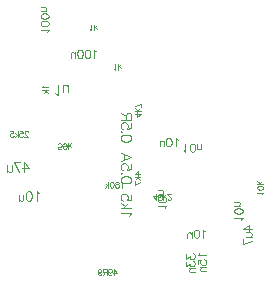
<source format=gbr>
%TF.GenerationSoftware,Altium Limited,Altium Designer,20.1.12 (249)*%
G04 Layer_Color=8388736*
%FSLAX45Y45*%
%MOMM*%
%TF.SameCoordinates,27206DED-D720-4121-B7EB-46A740E941A3*%
%TF.FilePolarity,Positive*%
%TF.FileFunction,Other,M22-_Assy_Value-B*%
%TF.Part,Single*%
G01*
G75*
%TA.AperFunction,NonConductor*%
%ADD81C,0.09000*%
%ADD82C,0.05000*%
%ADD83C,0.07000*%
%ADD84C,0.10000*%
D81*
X632500Y1729658D02*
X641069Y1725373D01*
X653924Y1712519D01*
Y1802500D01*
X698486Y1742513D02*
Y1785361D01*
X702770Y1798215D01*
X711340Y1802500D01*
X724194D01*
X732764Y1798215D01*
X745618Y1785361D01*
Y1742513D02*
Y1802500D01*
X1260342Y690000D02*
X1264626Y698570D01*
X1277481Y711424D01*
X1187500D01*
X1277481Y755986D02*
X1187500D01*
X1247487Y798834D02*
X1204639Y755986D01*
X1221778Y773125D02*
X1187500Y803119D01*
X1277481Y868676D02*
Y825828D01*
X1238918Y821543D01*
X1243202Y825828D01*
X1247487Y838682D01*
Y851537D01*
X1243202Y864391D01*
X1234633Y872961D01*
X1221778Y877246D01*
X1213209D01*
X1200354Y872961D01*
X1191785Y864391D01*
X1187500Y851537D01*
Y838682D01*
X1191785Y825828D01*
X1196070Y821543D01*
X1204639Y817258D01*
X1277481Y993792D02*
X1273196Y980938D01*
X1260342Y972368D01*
X1238918Y968083D01*
X1226063D01*
X1204639Y972368D01*
X1191785Y980938D01*
X1187500Y993792D01*
Y1002362D01*
X1191785Y1015216D01*
X1204639Y1023786D01*
X1226063Y1028071D01*
X1238918D01*
X1260342Y1023786D01*
X1273196Y1015216D01*
X1277481Y1002362D01*
Y993792D01*
X1196070Y1052494D02*
X1191785Y1048209D01*
X1187500Y1052494D01*
X1191785Y1056779D01*
X1196070Y1052494D01*
X1277481Y1127906D02*
Y1085059D01*
X1238918Y1080774D01*
X1243202Y1085059D01*
X1247487Y1097913D01*
Y1110767D01*
X1243202Y1123622D01*
X1234633Y1132191D01*
X1221778Y1136476D01*
X1213209D01*
X1200354Y1132191D01*
X1191785Y1123622D01*
X1187500Y1110767D01*
Y1097913D01*
X1191785Y1085059D01*
X1196070Y1080774D01*
X1204639Y1076489D01*
X1187500Y1225172D02*
X1277481Y1190893D01*
X1187500Y1156615D01*
X1217494Y1169469D02*
Y1212317D01*
X1277481Y1342575D02*
X1273196Y1329720D01*
X1260342Y1321151D01*
X1238918Y1316866D01*
X1226063D01*
X1204639Y1321151D01*
X1191785Y1329720D01*
X1187500Y1342575D01*
Y1351144D01*
X1191785Y1363999D01*
X1204639Y1372569D01*
X1226063Y1376853D01*
X1238918D01*
X1260342Y1372569D01*
X1273196Y1363999D01*
X1277481Y1351144D01*
Y1342575D01*
X1196070Y1401277D02*
X1191785Y1396992D01*
X1187500Y1401277D01*
X1191785Y1405562D01*
X1196070Y1401277D01*
X1277481Y1476689D02*
Y1433841D01*
X1238918Y1429556D01*
X1243202Y1433841D01*
X1247487Y1446695D01*
Y1459550D01*
X1243202Y1472404D01*
X1234633Y1480974D01*
X1221778Y1485259D01*
X1213209D01*
X1200354Y1480974D01*
X1191785Y1472404D01*
X1187500Y1459550D01*
Y1446695D01*
X1191785Y1433841D01*
X1196070Y1429556D01*
X1204639Y1425271D01*
X1277481Y1505397D02*
X1187500D01*
X1277481D02*
Y1543961D01*
X1273196Y1556815D01*
X1268911Y1561100D01*
X1260342Y1565384D01*
X1251772D01*
X1243202Y1561100D01*
X1238918Y1556815D01*
X1234633Y1543961D01*
Y1505397D01*
Y1535391D02*
X1187500Y1565384D01*
D82*
X683565Y1255011D02*
X659761D01*
X657380Y1276435D01*
X659761Y1274055D01*
X666902Y1271674D01*
X674043D01*
X681185Y1274055D01*
X685946Y1278815D01*
X688326Y1285957D01*
Y1290718D01*
X685946Y1297859D01*
X681185Y1302620D01*
X674043Y1305000D01*
X666902D01*
X659761Y1302620D01*
X657380Y1300239D01*
X655000Y1295478D01*
X730460Y1271674D02*
X728080Y1278815D01*
X723319Y1283576D01*
X716177Y1285957D01*
X713797D01*
X706655Y1283576D01*
X701895Y1278815D01*
X699514Y1271674D01*
Y1269294D01*
X701895Y1262152D01*
X706655Y1257391D01*
X713797Y1255011D01*
X716177D01*
X723319Y1257391D01*
X728080Y1262152D01*
X730460Y1271674D01*
Y1283576D01*
X728080Y1295478D01*
X723319Y1302620D01*
X716177Y1305000D01*
X711416D01*
X704275Y1302620D01*
X701895Y1297859D01*
X744028Y1255011D02*
Y1305000D01*
X767833Y1271674D02*
X744028Y1295478D01*
X753550Y1285957D02*
X770213Y1305000D01*
X402619Y1398087D02*
Y1400467D01*
X400239Y1405228D01*
X397859Y1407609D01*
X393098Y1409989D01*
X383576D01*
X378815Y1407609D01*
X376435Y1405228D01*
X374054Y1400467D01*
Y1395706D01*
X376435Y1390945D01*
X381196Y1383804D01*
X405000Y1360000D01*
X371674D01*
X331920Y1409989D02*
X355725D01*
X358105Y1388565D01*
X355725Y1390945D01*
X348584Y1393326D01*
X341442D01*
X334301Y1390945D01*
X329540Y1386185D01*
X327160Y1379043D01*
Y1374282D01*
X329540Y1367141D01*
X334301Y1362380D01*
X341442Y1360000D01*
X348584D01*
X355725Y1362380D01*
X358105Y1364761D01*
X360486Y1369522D01*
X315971Y1409989D02*
Y1360000D01*
X292167Y1393326D02*
X315971Y1369522D01*
X306450Y1379043D02*
X289787Y1360000D01*
X253366Y1409989D02*
X277170D01*
X279551Y1388565D01*
X277170Y1390945D01*
X270029Y1393326D01*
X262888D01*
X255746Y1390945D01*
X250986Y1386185D01*
X248605Y1379043D01*
Y1374282D01*
X250986Y1367141D01*
X255746Y1362380D01*
X262888Y1360000D01*
X270029D01*
X277170Y1362380D01*
X279551Y1364761D01*
X281931Y1369522D01*
X1305011Y1043696D02*
X1338337Y1067500D01*
Y1031793D01*
X1305011Y1043696D02*
X1355000D01*
X1305011Y1022986D02*
X1355000D01*
X1321674Y999181D02*
X1345478Y1022986D01*
X1335957Y1013464D02*
X1355000Y996801D01*
X1305011Y955619D02*
X1355000Y979424D01*
X1305011Y988945D02*
Y955619D01*
X1359989Y1553804D02*
X1326663Y1530000D01*
Y1565707D01*
X1359989Y1553804D02*
X1310000D01*
X1359989Y1574514D02*
X1310000D01*
X1343326Y1598319D02*
X1319522Y1574514D01*
X1329043Y1584036D02*
X1310000Y1600699D01*
X1359989Y1641881D02*
X1310000Y1618076D01*
X1359989Y1608555D02*
Y1641881D01*
X2385468Y875000D02*
X2387848Y879761D01*
X2394989Y886902D01*
X2345000D01*
X2394989Y925942D02*
X2392609Y918800D01*
X2385468Y914039D01*
X2373565Y911659D01*
X2366424D01*
X2354522Y914039D01*
X2347381Y918800D01*
X2345000Y925942D01*
Y930702D01*
X2347381Y937844D01*
X2354522Y942604D01*
X2366424Y944985D01*
X2373565D01*
X2385468Y942604D01*
X2392609Y937844D01*
X2394989Y930702D01*
Y925942D01*
Y956173D02*
X2345000D01*
X2378326Y979977D02*
X2354522Y956173D01*
X2364044Y965695D02*
X2345000Y982358D01*
X1130000Y1934533D02*
X1134761Y1932152D01*
X1141902Y1925011D01*
Y1975000D01*
X1166659Y1925011D02*
Y1975000D01*
X1190463Y1941674D02*
X1166659Y1965478D01*
X1176181Y1955957D02*
X1192844Y1975000D01*
X529533Y1790000D02*
X527152Y1785239D01*
X520011Y1778098D01*
X570000D01*
X520011Y1753341D02*
X570000D01*
X536674Y1729537D02*
X560478Y1753341D01*
X550957Y1743819D02*
X570000Y1727156D01*
X925000Y2269533D02*
X929761Y2267152D01*
X936902Y2260011D01*
Y2310000D01*
X961659Y2260011D02*
Y2310000D01*
X985463Y2276674D02*
X961659Y2300479D01*
X971180Y2290957D02*
X987844Y2310000D01*
X1210000Y970467D02*
X1205239Y972847D01*
X1198098Y979989D01*
Y930000D01*
X1161439Y979989D02*
X1168580Y977608D01*
X1170961Y972847D01*
Y968087D01*
X1168580Y963326D01*
X1163820Y960945D01*
X1154298Y958565D01*
X1147156Y956185D01*
X1142396Y951424D01*
X1140015Y946663D01*
Y939521D01*
X1142396Y934761D01*
X1144776Y932380D01*
X1151917Y930000D01*
X1161439D01*
X1168580Y932380D01*
X1170961Y934761D01*
X1173341Y939521D01*
Y946663D01*
X1170961Y951424D01*
X1166200Y956185D01*
X1159059Y958565D01*
X1149537Y960945D01*
X1144776Y963326D01*
X1142396Y968087D01*
Y972847D01*
X1144776Y977608D01*
X1151917Y979989D01*
X1161439D01*
X1114544D02*
X1121686Y977608D01*
X1126447Y970467D01*
X1128827Y958565D01*
Y951424D01*
X1126447Y939521D01*
X1121686Y932380D01*
X1114544Y930000D01*
X1109784D01*
X1102642Y932380D01*
X1097881Y939521D01*
X1095501Y951424D01*
Y958565D01*
X1097881Y970467D01*
X1102642Y977608D01*
X1109784Y979989D01*
X1114544D01*
X1084313D02*
Y930000D01*
X1060508Y963326D02*
X1084313Y939521D01*
X1074791Y949043D02*
X1058128Y930000D01*
X1483804Y825011D02*
X1460000Y858337D01*
X1495707D01*
X1483804Y825011D02*
Y875000D01*
X1518797Y825011D02*
X1511656Y827391D01*
X1506895Y834532D01*
X1504514Y846435D01*
Y853576D01*
X1506895Y865478D01*
X1511656Y872620D01*
X1518797Y875000D01*
X1523558D01*
X1530699Y872620D01*
X1535460Y865478D01*
X1537840Y853576D01*
Y846435D01*
X1535460Y834532D01*
X1530699Y827391D01*
X1523558Y825011D01*
X1518797D01*
X1549029D02*
Y875000D01*
X1572833Y841674D02*
X1549029Y865478D01*
X1558550Y855957D02*
X1575214Y875000D01*
X1585449Y836913D02*
Y834532D01*
X1587830Y829772D01*
X1590210Y827391D01*
X1594971Y825011D01*
X1604493D01*
X1609254Y827391D01*
X1611634Y829772D01*
X1614015Y834532D01*
Y839293D01*
X1611634Y844054D01*
X1606873Y851196D01*
X1583069Y875000D01*
X1616395D01*
X1133696Y239989D02*
X1157500Y206663D01*
X1121794D01*
X1133696Y239989D02*
Y190000D01*
X1082040Y223326D02*
X1084420Y216185D01*
X1089181Y211424D01*
X1096323Y209043D01*
X1098703D01*
X1105845Y211424D01*
X1110605Y216185D01*
X1112986Y223326D01*
Y225706D01*
X1110605Y232848D01*
X1105845Y237609D01*
X1098703Y239989D01*
X1096323D01*
X1089181Y237609D01*
X1084420Y232848D01*
X1082040Y223326D01*
Y211424D01*
X1084420Y199522D01*
X1089181Y192380D01*
X1096323Y190000D01*
X1101084D01*
X1108225Y192380D01*
X1110605Y197141D01*
X1068472Y239989D02*
Y190000D01*
Y239989D02*
X1047048D01*
X1039906Y237609D01*
X1037526Y235228D01*
X1035146Y230467D01*
Y225706D01*
X1037526Y220945D01*
X1039906Y218565D01*
X1047048Y216185D01*
X1068472D01*
X1051808D02*
X1035146Y190000D01*
X993012Y223326D02*
X995392Y216185D01*
X1000153Y211424D01*
X1007294Y209043D01*
X1009675D01*
X1016816Y211424D01*
X1021577Y216185D01*
X1023957Y223326D01*
Y225706D01*
X1021577Y232848D01*
X1016816Y237609D01*
X1009675Y239989D01*
X1007294D01*
X1000153Y237609D01*
X995392Y232848D01*
X993012Y223326D01*
Y211424D01*
X995392Y199522D01*
X1000153Y192380D01*
X1007294Y190000D01*
X1012055D01*
X1019196Y192380D01*
X1021577Y197141D01*
D83*
X1902500Y561655D02*
X1895835Y564987D01*
X1885837Y574985D01*
Y505000D01*
X1831182Y574985D02*
X1841180Y571652D01*
X1847845Y561655D01*
X1851178Y544992D01*
Y534994D01*
X1847845Y518330D01*
X1841180Y508333D01*
X1831182Y505000D01*
X1824517D01*
X1814519Y508333D01*
X1807854Y518330D01*
X1804521Y534994D01*
Y544992D01*
X1807854Y561655D01*
X1814519Y571652D01*
X1824517Y574985D01*
X1831182D01*
X1788857Y551657D02*
Y505000D01*
Y538326D02*
X1778860Y548324D01*
X1772194Y551657D01*
X1762196D01*
X1755531Y548324D01*
X1752199Y538326D01*
Y505000D01*
X1559155Y757500D02*
X1562488Y764165D01*
X1572486Y774163D01*
X1502500D01*
X1572486Y828818D02*
X1569153Y818821D01*
X1559155Y812155D01*
X1542492Y808823D01*
X1532494D01*
X1515831Y812155D01*
X1505833Y818821D01*
X1502500Y828818D01*
Y835484D01*
X1505833Y845481D01*
X1515831Y852147D01*
X1532494Y855479D01*
X1542492D01*
X1559155Y852147D01*
X1569153Y845481D01*
X1572486Y835484D01*
Y828818D01*
X1549157Y871143D02*
X1502500D01*
X1535827D02*
X1545824Y881141D01*
X1549157Y887806D01*
Y897804D01*
X1545824Y904469D01*
X1535827Y907802D01*
X1502500D01*
X2227515Y579174D02*
X2274172Y612500D01*
Y562510D01*
X2227515Y579174D02*
X2297500D01*
X2250844Y550180D02*
X2284170D01*
X2294168Y546847D01*
X2297500Y540182D01*
Y530184D01*
X2294168Y523519D01*
X2284170Y513521D01*
X2250844D02*
X2297500D01*
X2227515Y448535D02*
X2297500Y481861D01*
X2227515Y495192D02*
Y448535D01*
X2206655Y657500D02*
X2209987Y664165D01*
X2219985Y674163D01*
X2150000D01*
X2219985Y728818D02*
X2216652Y718821D01*
X2206655Y712155D01*
X2189992Y708823D01*
X2179994D01*
X2163330Y712155D01*
X2153333Y718821D01*
X2150000Y728818D01*
Y735484D01*
X2153333Y745481D01*
X2163330Y752147D01*
X2179994Y755479D01*
X2189992D01*
X2206655Y752147D01*
X2216652Y745481D01*
X2219985Y735484D01*
Y728818D01*
X2196657Y771143D02*
X2150000D01*
X2183326D02*
X2193324Y781141D01*
X2196657Y787806D01*
Y797804D01*
X2193324Y804469D01*
X2183326Y807802D01*
X2150000D01*
X1670000Y1336655D02*
X1663334Y1339987D01*
X1653337Y1349985D01*
Y1280000D01*
X1598682Y1349985D02*
X1608679Y1346652D01*
X1615344Y1336655D01*
X1618677Y1319992D01*
Y1309994D01*
X1615344Y1293330D01*
X1608679Y1283333D01*
X1598682Y1280000D01*
X1592016D01*
X1582018Y1283333D01*
X1575353Y1293330D01*
X1572020Y1309994D01*
Y1319992D01*
X1575353Y1336655D01*
X1582018Y1346652D01*
X1592016Y1349985D01*
X1598682D01*
X1556357Y1326657D02*
Y1280000D01*
Y1313326D02*
X1546359Y1323324D01*
X1539694Y1326657D01*
X1529696D01*
X1523031Y1323324D01*
X1519698Y1313326D01*
Y1280000D01*
X1720000Y1245845D02*
X1726666Y1242513D01*
X1736664Y1232515D01*
Y1302500D01*
X1791318Y1232515D02*
X1781321Y1235847D01*
X1774656Y1245845D01*
X1771323Y1262508D01*
Y1272506D01*
X1774656Y1289169D01*
X1781321Y1299167D01*
X1791318Y1302500D01*
X1797984D01*
X1807982Y1299167D01*
X1814647Y1289169D01*
X1817980Y1272506D01*
Y1262508D01*
X1814647Y1245845D01*
X1807982Y1235847D01*
X1797984Y1232515D01*
X1791318D01*
X1833643Y1255843D02*
Y1302500D01*
Y1269173D02*
X1843641Y1259176D01*
X1850306Y1255843D01*
X1860304D01*
X1866969Y1259176D01*
X1870302Y1269173D01*
Y1302500D01*
X980000Y2084155D02*
X973335Y2087487D01*
X963337Y2097485D01*
Y2027500D01*
X908682Y2097485D02*
X918679Y2094152D01*
X925345Y2084155D01*
X928677Y2067491D01*
Y2057493D01*
X925345Y2040830D01*
X918679Y2030833D01*
X908682Y2027500D01*
X902016D01*
X892019Y2030833D01*
X885353Y2040830D01*
X882021Y2057493D01*
Y2067491D01*
X885353Y2084155D01*
X892019Y2094152D01*
X902016Y2097485D01*
X908682D01*
X846362D02*
X856359Y2094152D01*
X863024Y2084155D01*
X866357Y2067491D01*
Y2057493D01*
X863024Y2040830D01*
X856359Y2030833D01*
X846362Y2027500D01*
X839696D01*
X829698Y2030833D01*
X823033Y2040830D01*
X819700Y2057493D01*
Y2067491D01*
X823033Y2084155D01*
X829698Y2094152D01*
X839696Y2097485D01*
X846362D01*
X804037Y2074157D02*
Y2027500D01*
Y2060826D02*
X794039Y2070824D01*
X787374Y2074157D01*
X777376D01*
X770711Y2070824D01*
X767378Y2060826D01*
Y2027500D01*
X566655Y2245000D02*
X569987Y2251665D01*
X579985Y2261663D01*
X510000D01*
X579985Y2316318D02*
X576652Y2306320D01*
X566655Y2299655D01*
X549992Y2296322D01*
X539994D01*
X523330Y2299655D01*
X513333Y2306320D01*
X510000Y2316318D01*
Y2322983D01*
X513333Y2332981D01*
X523330Y2339646D01*
X539994Y2342979D01*
X549992D01*
X566655Y2339646D01*
X576652Y2332981D01*
X579985Y2322983D01*
Y2316318D01*
Y2378638D02*
X576652Y2368640D01*
X566655Y2361975D01*
X549992Y2358642D01*
X539994D01*
X523330Y2361975D01*
X513333Y2368640D01*
X510000Y2378638D01*
Y2385304D01*
X513333Y2395301D01*
X523330Y2401966D01*
X539994Y2405299D01*
X549992D01*
X566655Y2401966D01*
X576652Y2395301D01*
X579985Y2385304D01*
Y2378638D01*
X556657Y2420963D02*
X510000D01*
X543326D02*
X553324Y2430961D01*
X556657Y2437626D01*
Y2447624D01*
X553324Y2454289D01*
X543326Y2457621D01*
X510000D01*
X1745015Y365835D02*
Y329176D01*
X1771676Y349172D01*
Y339174D01*
X1775009Y332508D01*
X1778341Y329176D01*
X1788339Y325843D01*
X1795005D01*
X1805002Y329176D01*
X1811667Y335841D01*
X1815000Y345839D01*
Y355837D01*
X1811667Y365835D01*
X1808335Y369167D01*
X1801670Y372500D01*
X1745015Y303515D02*
Y266856D01*
X1771676Y286851D01*
Y276853D01*
X1775009Y270188D01*
X1778341Y266856D01*
X1788339Y263523D01*
X1795005D01*
X1805002Y266856D01*
X1811667Y273521D01*
X1815000Y283519D01*
Y293517D01*
X1811667Y303515D01*
X1808335Y306847D01*
X1801670Y310180D01*
X1768343Y247860D02*
X1815000D01*
X1781674D02*
X1771676Y237862D01*
X1768343Y231196D01*
Y221198D01*
X1771676Y214533D01*
X1781674Y211201D01*
X1815000D01*
X1853346Y372500D02*
X1850013Y365835D01*
X1840015Y355837D01*
X1910000D01*
X1840015Y281186D02*
Y314512D01*
X1870009Y317845D01*
X1866676Y314512D01*
X1863344Y304514D01*
Y294516D01*
X1866676Y284519D01*
X1873342Y277853D01*
X1883339Y274521D01*
X1890005D01*
X1900003Y277853D01*
X1906668Y284519D01*
X1910000Y294516D01*
Y304514D01*
X1906668Y314512D01*
X1903335Y317845D01*
X1896670Y321177D01*
X1863344Y258857D02*
X1910000D01*
X1876674D02*
X1866676Y248859D01*
X1863344Y242194D01*
Y232196D01*
X1866676Y225531D01*
X1876674Y222198D01*
X1910000D01*
D84*
X371913Y1144983D02*
X410000Y1091661D01*
X352870D01*
X371913Y1144983D02*
Y1065000D01*
X285456Y1144983D02*
X323543Y1065000D01*
X338778Y1144983D02*
X285456D01*
X267555Y1118322D02*
Y1080235D01*
X263746Y1068808D01*
X256129Y1065000D01*
X244702D01*
X237085Y1068808D01*
X225659Y1080235D01*
Y1118322D02*
Y1065000D01*
X495000Y882248D02*
X487383Y886057D01*
X475956Y897483D01*
Y817500D01*
X413493Y897483D02*
X424920Y893674D01*
X432537Y882248D01*
X436346Y863205D01*
Y851778D01*
X432537Y832735D01*
X424920Y821309D01*
X413493Y817500D01*
X405876D01*
X394450Y821309D01*
X386833Y832735D01*
X383024Y851778D01*
Y863205D01*
X386833Y882248D01*
X394450Y893674D01*
X405876Y897483D01*
X413493D01*
X365123Y870822D02*
Y832735D01*
X361314Y821309D01*
X353697Y817500D01*
X342271D01*
X334653Y821309D01*
X323227Y832735D01*
Y870822D02*
Y817500D01*
%TF.MD5,08564ea385ad3f02fd84df86ae117de6*%
M02*

</source>
